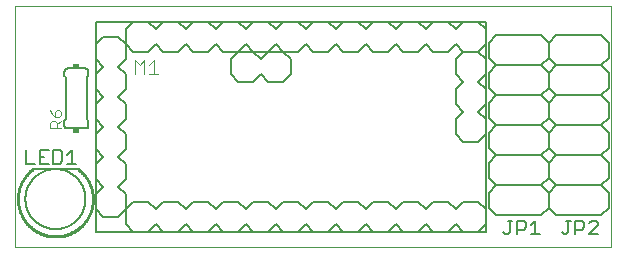
<source format=gto>
G75*
%MOIN*%
%OFA0B0*%
%FSLAX25Y25*%
%IPPOS*%
%LPD*%
%AMOC8*
5,1,8,0,0,1.08239X$1,22.5*
%
%ADD10C,0.00000*%
%ADD11C,0.00600*%
%ADD12C,0.00500*%
%ADD13C,0.00800*%
%ADD14C,0.01000*%
%ADD15C,0.00400*%
%ADD16R,0.02000X0.01500*%
D10*
X0024595Y0001256D02*
X0024595Y0081717D01*
X0223296Y0081717D01*
X0223296Y0001256D01*
X0024595Y0001256D01*
D11*
X0028095Y0017256D02*
X0028098Y0017501D01*
X0028107Y0017747D01*
X0028122Y0017992D01*
X0028143Y0018236D01*
X0028170Y0018480D01*
X0028203Y0018723D01*
X0028242Y0018966D01*
X0028287Y0019207D01*
X0028338Y0019447D01*
X0028395Y0019686D01*
X0028457Y0019923D01*
X0028526Y0020159D01*
X0028600Y0020393D01*
X0028680Y0020625D01*
X0028765Y0020855D01*
X0028856Y0021083D01*
X0028953Y0021308D01*
X0029055Y0021532D01*
X0029163Y0021752D01*
X0029276Y0021970D01*
X0029394Y0022185D01*
X0029518Y0022397D01*
X0029646Y0022606D01*
X0029780Y0022812D01*
X0029919Y0023014D01*
X0030063Y0023213D01*
X0030212Y0023408D01*
X0030365Y0023600D01*
X0030523Y0023788D01*
X0030685Y0023972D01*
X0030853Y0024151D01*
X0031024Y0024327D01*
X0031200Y0024498D01*
X0031379Y0024666D01*
X0031563Y0024828D01*
X0031751Y0024986D01*
X0031943Y0025139D01*
X0032138Y0025288D01*
X0032337Y0025432D01*
X0032539Y0025571D01*
X0032745Y0025705D01*
X0032954Y0025833D01*
X0033166Y0025957D01*
X0033381Y0026075D01*
X0033599Y0026188D01*
X0033819Y0026296D01*
X0034043Y0026398D01*
X0034268Y0026495D01*
X0034496Y0026586D01*
X0034726Y0026671D01*
X0034958Y0026751D01*
X0035192Y0026825D01*
X0035428Y0026894D01*
X0035665Y0026956D01*
X0035904Y0027013D01*
X0036144Y0027064D01*
X0036385Y0027109D01*
X0036628Y0027148D01*
X0036871Y0027181D01*
X0037115Y0027208D01*
X0037359Y0027229D01*
X0037604Y0027244D01*
X0037850Y0027253D01*
X0038095Y0027256D01*
X0038340Y0027253D01*
X0038586Y0027244D01*
X0038831Y0027229D01*
X0039075Y0027208D01*
X0039319Y0027181D01*
X0039562Y0027148D01*
X0039805Y0027109D01*
X0040046Y0027064D01*
X0040286Y0027013D01*
X0040525Y0026956D01*
X0040762Y0026894D01*
X0040998Y0026825D01*
X0041232Y0026751D01*
X0041464Y0026671D01*
X0041694Y0026586D01*
X0041922Y0026495D01*
X0042147Y0026398D01*
X0042371Y0026296D01*
X0042591Y0026188D01*
X0042809Y0026075D01*
X0043024Y0025957D01*
X0043236Y0025833D01*
X0043445Y0025705D01*
X0043651Y0025571D01*
X0043853Y0025432D01*
X0044052Y0025288D01*
X0044247Y0025139D01*
X0044439Y0024986D01*
X0044627Y0024828D01*
X0044811Y0024666D01*
X0044990Y0024498D01*
X0045166Y0024327D01*
X0045337Y0024151D01*
X0045505Y0023972D01*
X0045667Y0023788D01*
X0045825Y0023600D01*
X0045978Y0023408D01*
X0046127Y0023213D01*
X0046271Y0023014D01*
X0046410Y0022812D01*
X0046544Y0022606D01*
X0046672Y0022397D01*
X0046796Y0022185D01*
X0046914Y0021970D01*
X0047027Y0021752D01*
X0047135Y0021532D01*
X0047237Y0021308D01*
X0047334Y0021083D01*
X0047425Y0020855D01*
X0047510Y0020625D01*
X0047590Y0020393D01*
X0047664Y0020159D01*
X0047733Y0019923D01*
X0047795Y0019686D01*
X0047852Y0019447D01*
X0047903Y0019207D01*
X0047948Y0018966D01*
X0047987Y0018723D01*
X0048020Y0018480D01*
X0048047Y0018236D01*
X0048068Y0017992D01*
X0048083Y0017747D01*
X0048092Y0017501D01*
X0048095Y0017256D01*
X0048092Y0017011D01*
X0048083Y0016765D01*
X0048068Y0016520D01*
X0048047Y0016276D01*
X0048020Y0016032D01*
X0047987Y0015789D01*
X0047948Y0015546D01*
X0047903Y0015305D01*
X0047852Y0015065D01*
X0047795Y0014826D01*
X0047733Y0014589D01*
X0047664Y0014353D01*
X0047590Y0014119D01*
X0047510Y0013887D01*
X0047425Y0013657D01*
X0047334Y0013429D01*
X0047237Y0013204D01*
X0047135Y0012980D01*
X0047027Y0012760D01*
X0046914Y0012542D01*
X0046796Y0012327D01*
X0046672Y0012115D01*
X0046544Y0011906D01*
X0046410Y0011700D01*
X0046271Y0011498D01*
X0046127Y0011299D01*
X0045978Y0011104D01*
X0045825Y0010912D01*
X0045667Y0010724D01*
X0045505Y0010540D01*
X0045337Y0010361D01*
X0045166Y0010185D01*
X0044990Y0010014D01*
X0044811Y0009846D01*
X0044627Y0009684D01*
X0044439Y0009526D01*
X0044247Y0009373D01*
X0044052Y0009224D01*
X0043853Y0009080D01*
X0043651Y0008941D01*
X0043445Y0008807D01*
X0043236Y0008679D01*
X0043024Y0008555D01*
X0042809Y0008437D01*
X0042591Y0008324D01*
X0042371Y0008216D01*
X0042147Y0008114D01*
X0041922Y0008017D01*
X0041694Y0007926D01*
X0041464Y0007841D01*
X0041232Y0007761D01*
X0040998Y0007687D01*
X0040762Y0007618D01*
X0040525Y0007556D01*
X0040286Y0007499D01*
X0040046Y0007448D01*
X0039805Y0007403D01*
X0039562Y0007364D01*
X0039319Y0007331D01*
X0039075Y0007304D01*
X0038831Y0007283D01*
X0038586Y0007268D01*
X0038340Y0007259D01*
X0038095Y0007256D01*
X0037850Y0007259D01*
X0037604Y0007268D01*
X0037359Y0007283D01*
X0037115Y0007304D01*
X0036871Y0007331D01*
X0036628Y0007364D01*
X0036385Y0007403D01*
X0036144Y0007448D01*
X0035904Y0007499D01*
X0035665Y0007556D01*
X0035428Y0007618D01*
X0035192Y0007687D01*
X0034958Y0007761D01*
X0034726Y0007841D01*
X0034496Y0007926D01*
X0034268Y0008017D01*
X0034043Y0008114D01*
X0033819Y0008216D01*
X0033599Y0008324D01*
X0033381Y0008437D01*
X0033166Y0008555D01*
X0032954Y0008679D01*
X0032745Y0008807D01*
X0032539Y0008941D01*
X0032337Y0009080D01*
X0032138Y0009224D01*
X0031943Y0009373D01*
X0031751Y0009526D01*
X0031563Y0009684D01*
X0031379Y0009846D01*
X0031200Y0010014D01*
X0031024Y0010185D01*
X0030853Y0010361D01*
X0030685Y0010540D01*
X0030523Y0010724D01*
X0030365Y0010912D01*
X0030212Y0011104D01*
X0030063Y0011299D01*
X0029919Y0011498D01*
X0029780Y0011700D01*
X0029646Y0011906D01*
X0029518Y0012115D01*
X0029394Y0012327D01*
X0029276Y0012542D01*
X0029163Y0012760D01*
X0029055Y0012980D01*
X0028953Y0013204D01*
X0028856Y0013429D01*
X0028765Y0013657D01*
X0028680Y0013887D01*
X0028600Y0014119D01*
X0028526Y0014353D01*
X0028457Y0014589D01*
X0028395Y0014826D01*
X0028338Y0015065D01*
X0028287Y0015305D01*
X0028242Y0015546D01*
X0028203Y0015789D01*
X0028170Y0016032D01*
X0028143Y0016276D01*
X0028122Y0016520D01*
X0028107Y0016765D01*
X0028098Y0017011D01*
X0028095Y0017256D01*
X0042095Y0040756D02*
X0048095Y0040756D01*
X0048155Y0040758D01*
X0048216Y0040763D01*
X0048275Y0040772D01*
X0048334Y0040785D01*
X0048393Y0040801D01*
X0048450Y0040821D01*
X0048505Y0040844D01*
X0048560Y0040871D01*
X0048612Y0040900D01*
X0048663Y0040933D01*
X0048712Y0040969D01*
X0048758Y0041007D01*
X0048802Y0041049D01*
X0048844Y0041093D01*
X0048882Y0041139D01*
X0048918Y0041188D01*
X0048951Y0041239D01*
X0048980Y0041291D01*
X0049007Y0041346D01*
X0049030Y0041401D01*
X0049050Y0041458D01*
X0049066Y0041517D01*
X0049079Y0041576D01*
X0049088Y0041635D01*
X0049093Y0041696D01*
X0049095Y0041756D01*
X0049095Y0043256D01*
X0048595Y0043756D01*
X0048595Y0057756D01*
X0049095Y0058256D01*
X0049095Y0059756D01*
X0049093Y0059816D01*
X0049088Y0059877D01*
X0049079Y0059936D01*
X0049066Y0059995D01*
X0049050Y0060054D01*
X0049030Y0060111D01*
X0049007Y0060166D01*
X0048980Y0060221D01*
X0048951Y0060273D01*
X0048918Y0060324D01*
X0048882Y0060373D01*
X0048844Y0060419D01*
X0048802Y0060463D01*
X0048758Y0060505D01*
X0048712Y0060543D01*
X0048663Y0060579D01*
X0048612Y0060612D01*
X0048560Y0060641D01*
X0048505Y0060668D01*
X0048450Y0060691D01*
X0048393Y0060711D01*
X0048334Y0060727D01*
X0048275Y0060740D01*
X0048216Y0060749D01*
X0048155Y0060754D01*
X0048095Y0060756D01*
X0042095Y0060756D01*
X0042035Y0060754D01*
X0041974Y0060749D01*
X0041915Y0060740D01*
X0041856Y0060727D01*
X0041797Y0060711D01*
X0041740Y0060691D01*
X0041685Y0060668D01*
X0041630Y0060641D01*
X0041578Y0060612D01*
X0041527Y0060579D01*
X0041478Y0060543D01*
X0041432Y0060505D01*
X0041388Y0060463D01*
X0041346Y0060419D01*
X0041308Y0060373D01*
X0041272Y0060324D01*
X0041239Y0060273D01*
X0041210Y0060221D01*
X0041183Y0060166D01*
X0041160Y0060111D01*
X0041140Y0060054D01*
X0041124Y0059995D01*
X0041111Y0059936D01*
X0041102Y0059877D01*
X0041097Y0059816D01*
X0041095Y0059756D01*
X0041095Y0058256D01*
X0041595Y0057756D01*
X0041595Y0043756D01*
X0041095Y0043256D01*
X0041095Y0041756D01*
X0041097Y0041696D01*
X0041102Y0041635D01*
X0041111Y0041576D01*
X0041124Y0041517D01*
X0041140Y0041458D01*
X0041160Y0041401D01*
X0041183Y0041346D01*
X0041210Y0041291D01*
X0041239Y0041239D01*
X0041272Y0041188D01*
X0041308Y0041139D01*
X0041346Y0041093D01*
X0041388Y0041049D01*
X0041432Y0041007D01*
X0041478Y0040969D01*
X0041527Y0040933D01*
X0041578Y0040900D01*
X0041630Y0040871D01*
X0041685Y0040844D01*
X0041740Y0040821D01*
X0041797Y0040801D01*
X0041856Y0040785D01*
X0041915Y0040772D01*
X0041974Y0040763D01*
X0042035Y0040758D01*
X0042095Y0040756D01*
X0182595Y0039256D02*
X0182595Y0034256D01*
X0185095Y0031756D01*
X0200095Y0031756D01*
X0202595Y0029256D01*
X0202595Y0024256D01*
X0205095Y0021756D01*
X0202595Y0019256D01*
X0202595Y0014256D01*
X0205095Y0011756D01*
X0220095Y0011756D01*
X0222595Y0014256D01*
X0222595Y0019256D01*
X0220095Y0021756D01*
X0205095Y0021756D01*
X0202595Y0024256D02*
X0200095Y0021756D01*
X0202595Y0019256D01*
X0202595Y0014256D01*
X0200095Y0011756D01*
X0185095Y0011756D01*
X0182595Y0014256D01*
X0182595Y0019256D01*
X0185095Y0021756D01*
X0200095Y0021756D01*
X0202595Y0024256D02*
X0202595Y0029256D01*
X0205095Y0031756D01*
X0220095Y0031756D01*
X0222595Y0029256D01*
X0222595Y0024256D01*
X0220095Y0021756D01*
X0220095Y0031756D02*
X0222595Y0034256D01*
X0222595Y0039256D01*
X0220095Y0041756D01*
X0205095Y0041756D01*
X0202595Y0039256D01*
X0202595Y0034256D01*
X0205095Y0031756D01*
X0202595Y0034256D02*
X0200095Y0031756D01*
X0202595Y0034256D02*
X0202595Y0039256D01*
X0200095Y0041756D01*
X0185095Y0041756D01*
X0182595Y0039256D01*
X0185095Y0041756D02*
X0182595Y0044256D01*
X0182595Y0049256D01*
X0185095Y0051756D01*
X0200095Y0051756D01*
X0202595Y0049256D01*
X0202595Y0044256D01*
X0205095Y0041756D01*
X0202595Y0044256D02*
X0200095Y0041756D01*
X0202595Y0044256D02*
X0202595Y0049256D01*
X0205095Y0051756D01*
X0220095Y0051756D01*
X0222595Y0049256D01*
X0222595Y0044256D01*
X0220095Y0041756D01*
X0220095Y0051756D02*
X0222595Y0054256D01*
X0222595Y0059256D01*
X0220095Y0061756D01*
X0205095Y0061756D01*
X0202595Y0059256D01*
X0202595Y0054256D01*
X0205095Y0051756D01*
X0202595Y0054256D02*
X0200095Y0051756D01*
X0202595Y0054256D02*
X0202595Y0059256D01*
X0200095Y0061756D01*
X0185095Y0061756D01*
X0182595Y0059256D01*
X0182595Y0054256D01*
X0185095Y0051756D01*
X0185095Y0061756D02*
X0182595Y0064256D01*
X0182595Y0069256D01*
X0185095Y0071756D01*
X0200095Y0071756D01*
X0202595Y0069256D01*
X0202595Y0064256D01*
X0205095Y0061756D01*
X0202595Y0064256D02*
X0200095Y0061756D01*
X0202595Y0064256D02*
X0202595Y0069256D01*
X0205095Y0071756D01*
X0220095Y0071756D01*
X0222595Y0069256D01*
X0222595Y0064256D01*
X0220095Y0061756D01*
X0185095Y0031756D02*
X0182595Y0029256D01*
X0182595Y0024256D01*
X0185095Y0021756D01*
D12*
X0179095Y0016256D02*
X0174095Y0016256D01*
X0171595Y0013756D01*
X0169095Y0016256D01*
X0164095Y0016256D01*
X0161595Y0013756D01*
X0159095Y0016256D01*
X0154095Y0016256D01*
X0151595Y0013756D01*
X0149095Y0016256D01*
X0144095Y0016256D01*
X0141595Y0013756D01*
X0139095Y0016256D01*
X0134095Y0016256D01*
X0131595Y0013756D01*
X0129095Y0016256D01*
X0124095Y0016256D01*
X0121595Y0013756D01*
X0119095Y0016256D01*
X0114095Y0016256D01*
X0111595Y0013756D01*
X0109095Y0016256D01*
X0104095Y0016256D01*
X0101595Y0013756D01*
X0099095Y0016256D01*
X0094095Y0016256D01*
X0091595Y0013756D01*
X0089095Y0016256D01*
X0084095Y0016256D01*
X0081595Y0013756D01*
X0079095Y0016256D01*
X0074095Y0016256D01*
X0071595Y0013756D01*
X0069095Y0016256D01*
X0064095Y0016256D01*
X0061595Y0013756D01*
X0061595Y0018756D01*
X0059095Y0021256D01*
X0061595Y0023756D01*
X0061595Y0028756D01*
X0059095Y0031256D01*
X0061595Y0033756D01*
X0061595Y0038756D01*
X0059095Y0041256D01*
X0061595Y0043756D01*
X0061595Y0048756D01*
X0059095Y0051256D01*
X0061595Y0053756D01*
X0061595Y0058756D01*
X0059095Y0061256D01*
X0061595Y0063756D01*
X0061595Y0068756D01*
X0059095Y0071256D01*
X0054095Y0071256D01*
X0051595Y0068756D01*
X0051595Y0063756D02*
X0054095Y0061256D01*
X0051595Y0058756D01*
X0051595Y0053756D02*
X0054095Y0051256D01*
X0051595Y0048756D01*
X0051595Y0043756D02*
X0054095Y0041256D01*
X0051595Y0038756D01*
X0051595Y0033756D02*
X0054095Y0031256D01*
X0051595Y0028756D01*
X0045059Y0029006D02*
X0042057Y0029006D01*
X0043558Y0029006D02*
X0043558Y0033510D01*
X0042057Y0032008D01*
X0040456Y0032759D02*
X0039705Y0033510D01*
X0037453Y0033510D01*
X0037453Y0029006D01*
X0039705Y0029006D01*
X0040456Y0029757D01*
X0040456Y0032759D01*
X0035852Y0033510D02*
X0032849Y0033510D01*
X0032849Y0029006D01*
X0035852Y0029006D01*
X0034350Y0031258D02*
X0032849Y0031258D01*
X0031248Y0029006D02*
X0028245Y0029006D01*
X0028245Y0033510D01*
X0051595Y0023756D02*
X0054095Y0021256D01*
X0051595Y0018756D01*
X0051595Y0013756D02*
X0054095Y0011256D01*
X0059095Y0011256D01*
X0061595Y0013756D01*
X0061595Y0008756D01*
X0064095Y0006256D01*
X0069095Y0006256D02*
X0071595Y0008756D01*
X0074095Y0006256D01*
X0079095Y0006256D01*
X0081595Y0008756D01*
X0084095Y0006256D01*
X0089095Y0006256D01*
X0091595Y0008756D01*
X0094095Y0006256D01*
X0099095Y0006256D01*
X0101595Y0008756D01*
X0104095Y0006256D01*
X0109095Y0006256D01*
X0111595Y0008756D01*
X0114095Y0006256D01*
X0119095Y0006256D01*
X0121595Y0008756D01*
X0124095Y0006256D01*
X0129095Y0006256D01*
X0131595Y0008756D01*
X0134095Y0006256D01*
X0139095Y0006256D01*
X0141595Y0008756D01*
X0144095Y0006256D01*
X0149095Y0006256D01*
X0151595Y0008756D01*
X0154095Y0006256D01*
X0159095Y0006256D01*
X0161595Y0008756D01*
X0164095Y0006256D01*
X0169095Y0006256D01*
X0171595Y0008756D01*
X0174095Y0006256D01*
X0181595Y0006256D01*
X0181595Y0076256D01*
X0169095Y0076256D01*
X0171595Y0073756D01*
X0174095Y0076256D01*
X0169095Y0076256D02*
X0154095Y0076256D01*
X0151595Y0073756D01*
X0149095Y0076256D01*
X0144095Y0076256D02*
X0141595Y0073756D01*
X0139095Y0076256D01*
X0134095Y0076256D02*
X0131595Y0073756D01*
X0129095Y0076256D01*
X0124095Y0076256D02*
X0121595Y0073756D01*
X0119095Y0076256D01*
X0114095Y0076256D02*
X0111595Y0073756D01*
X0109095Y0076256D01*
X0104095Y0076256D02*
X0101595Y0073756D01*
X0099095Y0076256D01*
X0094095Y0076256D02*
X0091595Y0073756D01*
X0089095Y0076256D01*
X0051595Y0076256D01*
X0051595Y0006256D01*
X0069095Y0006256D01*
X0074095Y0006256D01*
X0079095Y0006256D02*
X0084095Y0006256D01*
X0089095Y0006256D02*
X0094095Y0006256D01*
X0099095Y0006256D02*
X0104095Y0006256D01*
X0109095Y0006256D02*
X0114095Y0006256D01*
X0119095Y0006256D02*
X0124095Y0006256D01*
X0129095Y0006256D02*
X0134095Y0006256D01*
X0139095Y0006256D02*
X0144095Y0006256D01*
X0149095Y0006256D02*
X0154095Y0006256D01*
X0159095Y0006256D02*
X0164095Y0006256D01*
X0169095Y0006256D02*
X0174095Y0006256D01*
X0179095Y0006256D02*
X0181595Y0008756D01*
X0187345Y0006257D02*
X0188096Y0005506D01*
X0188846Y0005506D01*
X0189597Y0006257D01*
X0189597Y0010010D01*
X0188846Y0010010D02*
X0190348Y0010010D01*
X0191949Y0010010D02*
X0194201Y0010010D01*
X0194952Y0009259D01*
X0194952Y0007758D01*
X0194201Y0007007D01*
X0191949Y0007007D01*
X0191949Y0005506D02*
X0191949Y0010010D01*
X0196553Y0008508D02*
X0198054Y0010010D01*
X0198054Y0005506D01*
X0196553Y0005506D02*
X0199556Y0005506D01*
X0206845Y0006257D02*
X0207596Y0005506D01*
X0208346Y0005506D01*
X0209097Y0006257D01*
X0209097Y0010010D01*
X0208346Y0010010D02*
X0209848Y0010010D01*
X0211449Y0010010D02*
X0213701Y0010010D01*
X0214452Y0009259D01*
X0214452Y0007758D01*
X0213701Y0007007D01*
X0211449Y0007007D01*
X0211449Y0005506D02*
X0211449Y0010010D01*
X0216053Y0009259D02*
X0216804Y0010010D01*
X0218305Y0010010D01*
X0219056Y0009259D01*
X0219056Y0008508D01*
X0216053Y0005506D01*
X0219056Y0005506D01*
X0181595Y0013756D02*
X0179095Y0016256D01*
X0179095Y0036256D02*
X0174095Y0036256D01*
X0171595Y0038756D01*
X0171595Y0043756D01*
X0174095Y0046256D01*
X0171595Y0048756D01*
X0171595Y0053756D01*
X0174095Y0056256D01*
X0171595Y0058756D01*
X0171595Y0063756D01*
X0174095Y0066256D01*
X0179095Y0066256D01*
X0181595Y0063756D01*
X0179095Y0066256D02*
X0181595Y0068756D01*
X0174095Y0066256D02*
X0171595Y0068756D01*
X0169095Y0066256D01*
X0164095Y0066256D01*
X0161595Y0068756D01*
X0159095Y0066256D01*
X0154095Y0066256D01*
X0151595Y0068756D01*
X0149095Y0066256D01*
X0144095Y0066256D01*
X0141595Y0068756D01*
X0139095Y0066256D01*
X0134095Y0066256D01*
X0131595Y0068756D01*
X0129095Y0066256D01*
X0124095Y0066256D01*
X0121595Y0068756D01*
X0119095Y0066256D01*
X0114095Y0066256D01*
X0116595Y0063756D01*
X0116595Y0058756D01*
X0114095Y0056256D01*
X0109095Y0056256D01*
X0106595Y0058756D01*
X0104095Y0056256D01*
X0099095Y0056256D01*
X0096595Y0058756D01*
X0096595Y0063756D01*
X0099095Y0066256D01*
X0104095Y0066256D01*
X0106595Y0063756D01*
X0109095Y0066256D01*
X0114095Y0066256D01*
X0111595Y0068756D01*
X0109095Y0066256D01*
X0104095Y0066256D01*
X0101595Y0068756D01*
X0099095Y0066256D01*
X0094095Y0066256D01*
X0091595Y0068756D01*
X0089095Y0066256D01*
X0084095Y0066256D01*
X0081595Y0068756D01*
X0079095Y0066256D01*
X0074095Y0066256D01*
X0071595Y0068756D01*
X0069095Y0066256D01*
X0064095Y0066256D01*
X0061595Y0068756D01*
X0061595Y0073756D01*
X0064095Y0076256D01*
X0069095Y0076256D02*
X0071595Y0073756D01*
X0074095Y0076256D01*
X0079095Y0076256D02*
X0081595Y0073756D01*
X0084095Y0076256D01*
X0089095Y0076256D02*
X0154095Y0076256D01*
X0159095Y0076256D02*
X0161595Y0073756D01*
X0164095Y0076256D01*
X0179095Y0076256D02*
X0181595Y0073756D01*
X0181595Y0058756D02*
X0179095Y0056256D01*
X0181595Y0053756D01*
X0181595Y0048756D02*
X0179095Y0046256D01*
X0181595Y0043756D01*
X0181595Y0038756D02*
X0179095Y0036256D01*
D13*
X0045595Y0027256D02*
X0030595Y0027256D01*
D14*
X0030352Y0027069D01*
X0030114Y0026877D01*
X0029881Y0026678D01*
X0029653Y0026474D01*
X0029430Y0026265D01*
X0029212Y0026050D01*
X0028999Y0025830D01*
X0028792Y0025605D01*
X0028590Y0025374D01*
X0028394Y0025139D01*
X0028204Y0024899D01*
X0028020Y0024655D01*
X0027842Y0024406D01*
X0027670Y0024152D01*
X0027504Y0023895D01*
X0027344Y0023634D01*
X0027191Y0023369D01*
X0027045Y0023100D01*
X0026905Y0022827D01*
X0026772Y0022552D01*
X0026646Y0022273D01*
X0026526Y0021991D01*
X0026414Y0021706D01*
X0026309Y0021419D01*
X0026210Y0021129D01*
X0026119Y0020837D01*
X0026035Y0020542D01*
X0025958Y0020246D01*
X0025888Y0019948D01*
X0025826Y0019648D01*
X0025771Y0019347D01*
X0025724Y0019045D01*
X0025684Y0018741D01*
X0025651Y0018437D01*
X0025626Y0018132D01*
X0025608Y0017826D01*
X0025598Y0017520D01*
X0025595Y0017214D01*
X0025600Y0016908D01*
X0025612Y0016602D01*
X0025632Y0016296D01*
X0025659Y0015992D01*
X0025694Y0015687D01*
X0025736Y0015384D01*
X0025785Y0015082D01*
X0025842Y0014781D01*
X0025907Y0014482D01*
X0025978Y0014184D01*
X0026057Y0013889D01*
X0026143Y0013595D01*
X0026236Y0013303D01*
X0026337Y0013014D01*
X0026444Y0012727D01*
X0026559Y0012443D01*
X0026680Y0012162D01*
X0026808Y0011884D01*
X0026943Y0011609D01*
X0027085Y0011338D01*
X0027233Y0011070D01*
X0027388Y0010806D01*
X0027549Y0010546D01*
X0027716Y0010290D01*
X0027890Y0010037D01*
X0028070Y0009790D01*
X0028256Y0009546D01*
X0028447Y0009308D01*
X0028645Y0009074D01*
X0028848Y0008845D01*
X0029057Y0008621D01*
X0029271Y0008402D01*
X0029491Y0008189D01*
X0029715Y0007981D01*
X0029945Y0007778D01*
X0030179Y0007582D01*
X0030419Y0007391D01*
X0030662Y0007206D01*
X0030911Y0007027D01*
X0031163Y0006854D01*
X0031420Y0006687D01*
X0031681Y0006527D01*
X0031946Y0006373D01*
X0032214Y0006226D01*
X0032486Y0006085D01*
X0032761Y0005951D01*
X0033040Y0005824D01*
X0033321Y0005703D01*
X0033606Y0005590D01*
X0033893Y0005484D01*
X0034182Y0005384D01*
X0034474Y0005292D01*
X0034768Y0005207D01*
X0035064Y0005129D01*
X0035362Y0005058D01*
X0035662Y0004995D01*
X0035963Y0004939D01*
X0036265Y0004891D01*
X0036568Y0004850D01*
X0036872Y0004816D01*
X0037177Y0004790D01*
X0037483Y0004771D01*
X0037789Y0004760D01*
X0038095Y0004756D01*
X0038401Y0004760D01*
X0038707Y0004771D01*
X0039013Y0004790D01*
X0039318Y0004816D01*
X0039622Y0004850D01*
X0039925Y0004891D01*
X0040227Y0004939D01*
X0040528Y0004995D01*
X0040828Y0005058D01*
X0041126Y0005129D01*
X0041422Y0005207D01*
X0041716Y0005292D01*
X0042008Y0005384D01*
X0042297Y0005484D01*
X0042584Y0005590D01*
X0042869Y0005703D01*
X0043150Y0005824D01*
X0043429Y0005951D01*
X0043704Y0006085D01*
X0043976Y0006226D01*
X0044244Y0006373D01*
X0044509Y0006527D01*
X0044770Y0006687D01*
X0045027Y0006854D01*
X0045279Y0007027D01*
X0045528Y0007206D01*
X0045771Y0007391D01*
X0046011Y0007582D01*
X0046245Y0007778D01*
X0046475Y0007981D01*
X0046699Y0008189D01*
X0046919Y0008402D01*
X0047133Y0008621D01*
X0047342Y0008845D01*
X0047545Y0009074D01*
X0047743Y0009308D01*
X0047934Y0009546D01*
X0048120Y0009790D01*
X0048300Y0010037D01*
X0048474Y0010290D01*
X0048641Y0010546D01*
X0048802Y0010806D01*
X0048957Y0011070D01*
X0049105Y0011338D01*
X0049247Y0011609D01*
X0049382Y0011884D01*
X0049510Y0012162D01*
X0049631Y0012443D01*
X0049746Y0012727D01*
X0049853Y0013014D01*
X0049954Y0013303D01*
X0050047Y0013595D01*
X0050133Y0013889D01*
X0050212Y0014184D01*
X0050283Y0014482D01*
X0050348Y0014781D01*
X0050405Y0015082D01*
X0050454Y0015384D01*
X0050496Y0015687D01*
X0050531Y0015992D01*
X0050558Y0016296D01*
X0050578Y0016602D01*
X0050590Y0016908D01*
X0050595Y0017214D01*
X0050592Y0017520D01*
X0050582Y0017826D01*
X0050564Y0018132D01*
X0050539Y0018437D01*
X0050506Y0018741D01*
X0050466Y0019045D01*
X0050419Y0019347D01*
X0050364Y0019648D01*
X0050302Y0019948D01*
X0050232Y0020246D01*
X0050155Y0020542D01*
X0050071Y0020837D01*
X0049980Y0021129D01*
X0049881Y0021419D01*
X0049776Y0021706D01*
X0049664Y0021991D01*
X0049544Y0022273D01*
X0049418Y0022552D01*
X0049285Y0022827D01*
X0049145Y0023100D01*
X0048999Y0023369D01*
X0048846Y0023634D01*
X0048686Y0023895D01*
X0048520Y0024152D01*
X0048348Y0024406D01*
X0048170Y0024655D01*
X0047986Y0024899D01*
X0047796Y0025139D01*
X0047600Y0025374D01*
X0047398Y0025605D01*
X0047191Y0025830D01*
X0046978Y0026050D01*
X0046760Y0026265D01*
X0046537Y0026474D01*
X0046309Y0026678D01*
X0046076Y0026877D01*
X0045838Y0027069D01*
X0045595Y0027256D01*
D15*
X0039795Y0040956D02*
X0036292Y0040956D01*
X0036292Y0042707D01*
X0036876Y0043291D01*
X0038044Y0043291D01*
X0038627Y0042707D01*
X0038627Y0040956D01*
X0038627Y0042124D02*
X0039795Y0043291D01*
X0039211Y0044547D02*
X0038044Y0044547D01*
X0038044Y0046298D01*
X0038627Y0046882D01*
X0039211Y0046882D01*
X0039795Y0046298D01*
X0039795Y0045131D01*
X0039211Y0044547D01*
X0038044Y0044547D02*
X0036876Y0045715D01*
X0036292Y0046882D01*
X0064691Y0058956D02*
X0064691Y0063560D01*
X0066226Y0062025D01*
X0067760Y0063560D01*
X0067760Y0058956D01*
X0069295Y0058956D02*
X0072364Y0058956D01*
X0070830Y0058956D02*
X0070830Y0063560D01*
X0069295Y0062025D01*
D16*
X0045095Y0061506D03*
X0045095Y0040006D03*
M02*

</source>
